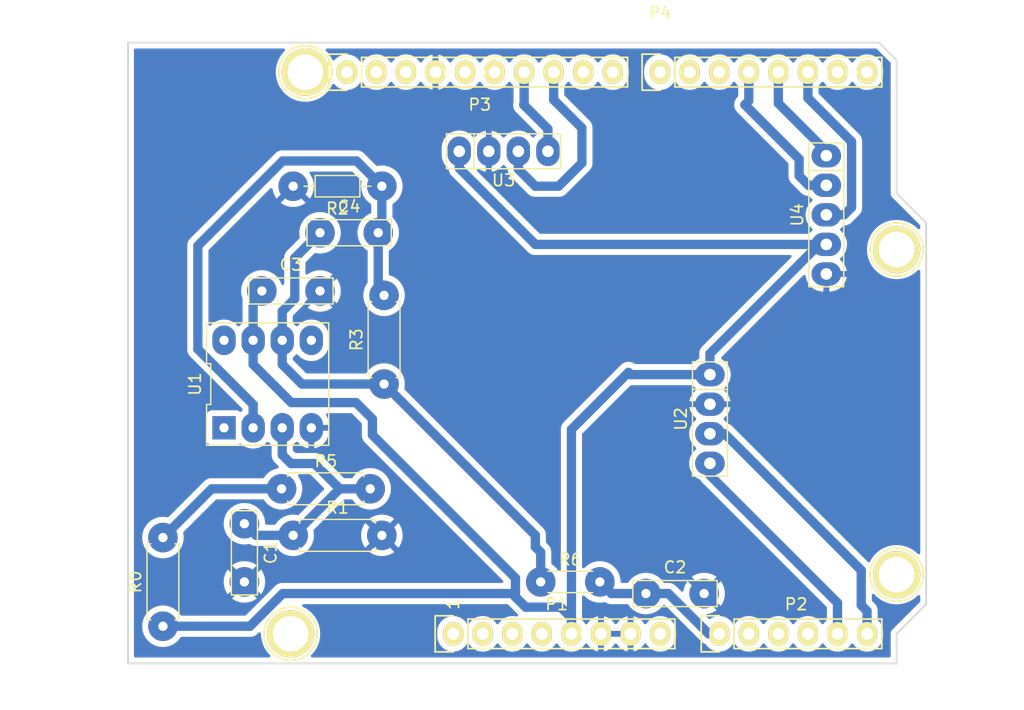
<source format=kicad_pcb>
(kicad_pcb (version 20211014) (generator pcbnew)
  (title_block (date "lun. 30 mars 2015"))
  (layers (0 "F.Cu" signal) (31 "B.Cu" signal) (34 "B.Paste" user) (35 "F.Paste" user) (36 "B.SilkS" user "B.Silkscreen") (37 "F.SilkS" user "F.Silkscreen") (38 "B.Mask" user) (39 "F.Mask" user) (44 "Edge.Cuts" user))
  (net 0 "")
  (net 1 "/IOREF")
  (net 2 "/Reset")
  (net 3 "+5V")
  (net 4 "GND")
  (net 5 "/Vin")
  (net 6 "IN+")
  (net 7 "/A1")
  (net 8 "/A2")
  (net 9 "/A3")
  (net 10 "/AREF")
  (net 11 "ADC")
  (net 12 "Net-(C4-Pad1)")
  (net 13 "/9(**)")
  (net 14 "/8")
  (net 15 "/7")
  (net 16 "/6(**)")
  (net 17 "/5(**)")
  (net 18 "IN-")
  (net 21 "/1(Tx)")
  (net 22 "/0(Rx)")
  (net 23 "SDA")
  (net 24 "SCK")
  (net 25 "TX")
  (net 26 "RX")
  (net 27 "/13(SCK)")
  (net 28 "CLK")
  (net 29 "DATA")
  (net 30 "SWITCH")
  (net 31 "/12(MISO)")
  (net 36 "Net-(R0-Pad2)")
  (footprint "Socket_Arduino_Uno:Socket_Strip_Arduino_1x08" (layer "F.Cu") (at 138.938 123.825)
    (fp_text reference "P1" (at 8.89 -2.54) (layer "F.SilkS"))
    (fp_text value "Power")
    (fp_line (start 19.05 1.27) (end 19.05 -1.27) (layer "F.SilkS") (width 0.15))
    (fp_line (start 1.27 1.27) (end 19.05 1.27) (layer "F.SilkS") (width 0.15))
    (fp_line (start 19.05 -1.27) (end 1.27 -1.27) (layer "F.SilkS") (width 0.15))
    (fp_line (start 0 -1.55) (end -1.55 -1.55) (layer "F.SilkS") (width 0.15))
    (fp_line (start -1.55 -1.55) (end -1.55 1.55) (layer "F.SilkS") (width 0.15))
    (fp_line (start -1.55 1.55) (end 0 1.55) (layer "F.SilkS") (width 0.15))
    (fp_line (start 1.27 1.27) (end 1.27 -1.27) (layer "F.SilkS") (width 0.15))
    (pad "1" thru_hole oval locked (at 0 0) (size 1.7272 2.032) (drill 1.016) (layers *.Cu *.Mask "F.SilkS"))
    (pad "2" thru_hole oval locked (at 2.54 0) (size 1.7272 2.032) (drill 1.016) (layers *.Cu *.Mask "F.SilkS") (net 1 "/IOREF"))
    (pad "3" thru_hole oval locked (at 5.08 0) (size 1.7272 2.032) (drill 1.016) (layers *.Cu *.Mask "F.SilkS") (net 2 "/Reset"))
    (pad "4" thru_hole oval locked (at 7.62 0) (size 1.7272 2.032) (drill 1.016) (layers *.Cu *.Mask "F.SilkS"))
    (pad "5" thru_hole oval locked (at 10.16 0) (size 1.7272 2.032) (drill 1.016) (layers *.Cu *.Mask "F.SilkS") (net 3 "+5V"))
    (pad "6" thru_hole oval locked (at 12.7 0) (size 1.7272 2.032) (drill 1.016) (layers *.Cu *.Mask "F.SilkS") (net 4 "GND"))
    (pad "7" thru_hole oval locked (at 15.24 0) (size 1.7272 2.032) (drill 1.016) (layers *.Cu *.Mask "F.SilkS") (net 4 "GND"))
    (pad "8" thru_hole oval locked (at 17.78 0) (size 1.7272 2.032) (drill 1.016) (layers *.Cu *.Mask "F.SilkS") (net 5 "/Vin"))
  )
  (footprint "Socket_Arduino_Uno:Socket_Strip_Arduino_1x06" (layer "F.Cu") (at 161.798 123.825)
    (fp_text reference "P2" (at 6.604 -2.54) (layer "F.SilkS"))
    (fp_text value "Analog")
    (fp_line (start 1.27 1.27) (end 1.27 -1.27) (layer "F.SilkS") (width 0.15))
    (fp_line (start 0 -1.55) (end -1.55 -1.55) (layer "F.SilkS") (width 0.15))
    (fp_line (start 13.97 -1.27) (end 1.27 -1.27) (layer "F.SilkS") (width 0.15))
    (fp_line (start 1.27 1.27) (end 13.97 1.27) (layer "F.SilkS") (width 0.15))
    (fp_line (start 13.97 1.27) (end 13.97 -1.27) (layer "F.SilkS") (width 0.15))
    (fp_line (start -1.55 -1.55) (end -1.55 1.55) (layer "F.SilkS") (width 0.15))
    (fp_line (start -1.55 1.55) (end 0 1.55) (layer "F.SilkS") (width 0.15))
    (pad "1" thru_hole oval locked (at 0 0) (size 1.7272 2.032) (drill 1.016) (layers *.Cu *.Mask "F.SilkS") (net 11 "ADC"))
    (pad "2" thru_hole oval locked (at 2.54 0) (size 1.7272 2.032) (drill 1.016) (layers *.Cu *.Mask "F.SilkS") (net 7 "/A1"))
    (pad "3" thru_hole oval locked (at 5.08 0) (size 1.7272 2.032) (drill 1.016) (layers *.Cu *.Mask "F.SilkS") (net 8 "/A2"))
    (pad "4" thru_hole oval locked (at 7.62 0) (size 1.7272 2.032) (drill 1.016) (layers *.Cu *.Mask "F.SilkS") (net 9 "/A3"))
    (pad "5" thru_hole oval locked (at 10.16 0) (size 1.7272 2.032) (drill 1.016) (layers *.Cu *.Mask "F.SilkS") (net 23 "SDA"))
    (pad "6" thru_hole oval locked (at 12.7 0) (size 1.7272 2.032) (drill 1.016) (layers *.Cu *.Mask "F.SilkS") (net 24 "SCK"))
  )
  (footprint "Socket_Arduino_Uno:Socket_Strip_Arduino_1x10" (layer "F.Cu") (at 129.794 75.565)
    (fp_text reference "P3" (at 11.43 2.794) (layer "F.SilkS"))
    (fp_text value "Digital")
    (fp_line (start -1.55 -1.55) (end -1.55 1.55) (layer "F.SilkS") (width 0.15))
    (fp_line (start 1.27 1.27) (end 24.13 1.27) (layer "F.SilkS") (width 0.15))
    (fp_line (start 24.13 1.27) (end 24.13 -1.27) (layer "F.SilkS") (width 0.15))
    (fp_line (start 24.13 -1.27) (end 1.27 -1.27) (layer "F.SilkS") (width 0.15))
    (fp_line (start 0 -1.55) (end -1.55 -1.55) (layer "F.SilkS") (width 0.15))
    (fp_line (start -1.55 1.55) (end 0 1.55) (layer "F.SilkS") (width 0.15))
    (fp_line (start 1.27 1.27) (end 1.27 -1.27) (layer "F.SilkS") (width 0.15))
    (pad "1" thru_hole oval locked (at 0 0) (size 1.7272 2.032) (drill 1.016) (layers *.Cu *.Mask "F.SilkS") (net 24 "SCK"))
    (pad "2" thru_hole oval locked (at 2.54 0) (size 1.7272 2.032) (drill 1.016) (layers *.Cu *.Mask "F.SilkS") (net 23 "SDA"))
    (pad "3" thru_hole oval locked (at 5.08 0) (size 1.7272 2.032) (drill 1.016) (layers *.Cu *.Mask "F.SilkS") (net 10 "/AREF"))
    (pad "4" thru_hole oval locked (at 7.62 0) (size 1.7272 2.032) (drill 1.016) (layers *.Cu *.Mask "F.SilkS") (net 4 "GND"))
    (pad "5" thru_hole oval locked (at 10.16 0) (size 1.7272 2.032) (drill 1.016) (layers *.Cu *.Mask "F.SilkS") (net 27 "/13(SCK)"))
    (pad "6" thru_hole oval locked (at 12.7 0) (size 1.7272 2.032) (drill 1.016) (layers *.Cu *.Mask "F.SilkS") (net 31 "/12(MISO)"))
    (pad "7" thru_hole oval locked (at 15.24 0) (size 1.7272 2.032) (drill 1.016) (layers *.Cu *.Mask "F.SilkS") (net 25 "TX"))
    (pad "8" thru_hole oval locked (at 17.78 0) (size 1.7272 2.032) (drill 1.016) (layers *.Cu *.Mask "F.SilkS") (net 26 "RX"))
    (pad "9" thru_hole oval locked (at 20.32 0) (size 1.7272 2.032) (drill 1.016) (layers *.Cu *.Mask "F.SilkS") (net 13 "/9(**)"))
    (pad "10" thru_hole oval locked (at 22.86 0) (size 1.7272 2.032) (drill 1.016) (layers *.Cu *.Mask "F.SilkS") (net 14 "/8"))
  )
  (footprint "Socket_Arduino_Uno:Socket_Strip_Arduino_1x08" (layer "F.Cu") (at 156.718 75.565)
    (fp_text reference "P4" (at 0 -5.1) (layer "F.SilkS"))
    (fp_text value "Digital")
    (fp_line (start 1.27 1.27) (end 19.05 1.27) (layer "F.SilkS") (width 0.15))
    (fp_line (start 0 -1.55) (end -1.55 -1.55) (layer "F.SilkS") (width 0.15))
    (fp_line (start 19.05 -1.27) (end 1.27 -1.27) (layer "F.SilkS") (width 0.15))
    (fp_line (start 1.27 1.27) (end 1.27 -1.27) (layer "F.SilkS") (width 0.15))
    (fp_line (start -1.55 -1.55) (end -1.55 1.55) (layer "F.SilkS") (width 0.15))
    (fp_line (start -1.55 1.55) (end 0 1.55) (layer "F.SilkS") (width 0.15))
    (fp_line (start 19.05 1.27) (end 19.05 -1.27) (layer "F.SilkS") (width 0.15))
    (pad "1" thru_hole oval locked (at 0 0) (size 1.7272 2.032) (drill 1.016) (layers *.Cu *.Mask "F.SilkS") (net 15 "/7"))
    (pad "2" thru_hole oval locked (at 2.54 0) (size 1.7272 2.032) (drill 1.016) (layers *.Cu *.Mask "F.SilkS") (net 16 "/6(**)"))
    (pad "3" thru_hole oval locked (at 5.08 0) (size 1.7272 2.032) (drill 1.016) (layers *.Cu *.Mask "F.SilkS") (net 17 "/5(**)"))
    (pad "4" thru_hole oval locked (at 7.62 0) (size 1.7272 2.032) (drill 1.016) (layers *.Cu *.Mask "F.SilkS") (net 29 "DATA"))
    (pad "5" thru_hole oval locked (at 10.16 0) (size 1.7272 2.032) (drill 1.016) (layers *.Cu *.Mask "F.SilkS") (net 28 "CLK"))
    (pad "6" thru_hole oval locked (at 12.7 0) (size 1.7272 2.032) (drill 1.016) (layers *.Cu *.Mask "F.SilkS") (net 30 "SWITCH"))
    (pad "7" thru_hole oval locked (at 15.24 0) (size 1.7272 2.032) (drill 1.016) (layers *.Cu *.Mask "F.SilkS") (net 21 "/1(Tx)"))
    (pad "8" thru_hole oval locked (at 17.78 0) (size 1.7272 2.032) (drill 1.016) (layers *.Cu *.Mask "F.SilkS") (net 22 "/0(Rx)"))
  )
  (footprint "Socket_Arduino_Uno:Arduino_1pin" (layer "F.Cu") (at 124.968 123.825)
    (fp_text reference "P5" hide)
    (fp_text value "CONN_01X01" hide)
    (fp_circle (center 0 0) (end 0 -2.286) (layer "F.SilkS") (width 0.15) (fill none))
    (pad "1" thru_hole circle locked (at 0 0) (size 4.064 4.064) (drill 3.048) (layers *.Cu *.Mask "F.SilkS"))
  )
  (footprint "Socket_Arduino_Uno:Arduino_1pin" (layer "F.Cu") (at 177.038 118.745)
    (fp_text reference "P6" hide)
    (fp_text value "CONN_01X01" hide)
    (fp_circle (center 0 0) (end 0 -2.286) (layer "F.SilkS") (width 0.15) (fill none))
    (pad "1" thru_hole circle locked (at 0 0) (size 4.064 4.064) (drill 3.048) (layers *.Cu *.Mask "F.SilkS"))
  )
  (footprint "Socket_Arduino_Uno:Arduino_1pin" (layer "F.Cu") (at 126.238 75.565)
    (fp_text reference "P7" hide)
    (fp_text value "CONN_01X01" hide)
    (fp_circle (center 0 0) (end 0 -2.286) (layer "F.SilkS") (width 0.15) (fill none))
    (pad "1" thru_hole circle locked (at 0 0) (size 4.064 4.064) (drill 3.048) (layers *.Cu *.Mask "F.SilkS"))
  )
  (footprint "Socket_Arduino_Uno:Arduino_1pin" (layer "F.Cu") (at 177.038 90.805)
    (fp_text reference "P8" hide)
    (fp_text value "CONN_01X01" hide)
    (fp_circle (center 0 0) (end 0 -2.286) (layer "F.SilkS") (width 0.15) (fill none))
    (pad "1" thru_hole circle locked (at 0 0) (size 4.064 4.064) (drill 3.048) (layers *.Cu *.Mask "F.SilkS"))
  )
  (footprint "Resistor_THT:R_Axial_DIN0207_L6.3mm_D2.5mm_P7.62mm_Horizontal" (layer "F.Cu") (at 113.998 123.175 90)
    (fp_text reference "R0" (at 3.81 -2.37 90) (layer "F.SilkS"))
    (fp_text value "Rsensor")
    (fp_line (start 0.54 -1.37) (end 7.08 -1.37) (layer "F.SilkS") (width 0.12))
    (fp_line (start 0.54 1.37) (end 7.08 1.37) (layer "F.SilkS") (width 0.12))
    (fp_line (start 0.54 -1.04) (end 0.54 -1.37) (layer "F.SilkS") (width 0.12))
    (fp_line (start 7.08 1.37) (end 7.08 1.04) (layer "F.SilkS") (width 0.12))
    (fp_line (start 0.54 1.04) (end 0.54 1.37) (layer "F.SilkS") (width 0.12))
    (fp_line (start 7.08 -1.37) (end 7.08 -1.04) (layer "F.SilkS") (width 0.12))
    (pad "1" thru_hole circle (at 0 0 90) (size 2.54 2.54) (drill 0.8) (layers *.Cu *.Mask) (net 3 "+5V"))
    (pad "2" thru_hole circle (at 7.62 0 90) (size 2.54 2.54) (drill 0.8) (layers *.Cu *.Mask) (net 36 "Net-(R0-Pad2)"))
  )
  (footprint "Capacitor_THT:C_Rect_L7.0mm_W2.0mm_P5.00mm" (layer "F.Cu") (at 122.498 94.365)
    (fp_text reference "C3" (at 2.5 -2.25) (layer "F.SilkS"))
    (fp_text value "100n")
    (fp_line (start -1.12 1.12) (end 6.12 1.12) (layer "F.SilkS") (width 0.12))
    (fp_line (start -1.12 -1.12) (end 6.12 -1.12) (layer "F.SilkS") (width 0.12))
    (fp_line (start 6.12 -1.12) (end 6.12 1.12) (layer "F.SilkS") (width 0.12))
    (fp_line (start -1.12 -1.12) (end -1.12 1.12) (layer "F.SilkS") (width 0.12))
    (pad "1" thru_hole circle (at 0 0) (size 2.54 2.54) (drill 0.8) (layers *.Cu *.Mask) (net 3 "+5V"))
    (pad "2" thru_hole circle (at 5 0) (size 2.54 2.54) (drill 0.8) (layers *.Cu *.Mask) (net 4 "GND"))
  )
  (footprint "Resistor_THT:R_Axial_DIN0204_L3.6mm_D1.6mm_P5.08mm_Horizontal" (layer "F.Cu") (at 146.458 119.365)
    (fp_text reference "R6" (at 2.54 -1.92) (layer "F.SilkS"))
    (fp_text value "1k")
    (fp_line (start 0.62 -0.92) (end 4.46 -0.92) (layer "F.SilkS") (width 0.12))
    (fp_line (start 0.62 0.92) (end 4.46 0.92) (layer "F.SilkS") (width 0.12))
    (pad "1" thru_hole circle (at 0 0) (size 2.54 2.54) (drill 0.8) (layers *.Cu *.Mask) (net 12 "Net-(C4-Pad1)"))
    (pad "2" thru_hole circle (at 5.08 0) (size 2.54 2.54) (drill 0.8) (layers *.Cu *.Mask) (net 11 "ADC"))
  )
  (footprint "Library_Capteur_Graphite:Bluetooth_HC05" (layer "F.Cu") (at 143.268 82.365)
    (fp_text reference "U3" (at 0 2.5) (layer "F.SilkS"))
    (fp_text value "Bluetooth-HC05")
    (fp_line (start 4.91 -1.5) (end 4.91 1.5) (layer "F.SilkS") (width 0.12))
    (fp_line (start -4.91 -1.5) (end 4.91 -1.5) (layer "F.SilkS") (width 0.12))
    (fp_line (start 4.91 1.5) (end -4.91 1.5) (layer "F.SilkS") (width 0.12))
    (fp_line (start -4.91 1.5) (end -4.91 -1.5) (layer "F.SilkS") (width 0.12))
    (fp_line (start -2.54 -1.5) (end -2.54 1.5) (layer "F.SilkS") (width 0.12))
    (pad "1" thru_hole oval (at -3.81 0) (size 2 2.54) (drill 1) (layers *.Cu *.Mask) (net 3 "+5V"))
    (pad "2" thru_hole oval (at -1.27 0) (size 2 2.54) (drill 1) (layers *.Cu *.Mask) (net 4 "GND"))
    (pad "3" thru_hole oval (at 1.27 0) (size 2 2.54) (drill 1) (layers *.Cu *.Mask) (net 26 "RX"))
    (pad "4" thru_hole oval (at 3.81 0) (size 2 2.54) (drill 1) (layers *.Cu *.Mask) (net 25 "TX"))
  )
  (footprint "Library_Capteur_Graphite:LTC1050" (layer "F.Cu") (at 122.998 102.365)
    (fp_text reference "U1" (at -6.25 0 90) (layer "F.SilkS"))
    (fp_text value "LTC1050")
    (fp_line (start -4.89 1.753333) (end -5.25 1.753333) (layer "F.SilkS") (width 0.12))
    (fp_line (start -5.25 1.753333) (end -5.25 5.26) (layer "F.SilkS") (width 0.12))
    (fp_line (start -5.25 5.26) (end 5.25 5.26) (layer "F.SilkS") (width 0.12))
    (fp_line (start 5.25 5.26) (end 5.25 -5.26) (layer "F.SilkS") (width 0.12))
    (fp_line (start -5.25 -1.753333) (end -4.89 -1.753333) (layer "F.SilkS") (width 0.12))
    (fp_line (start -5.25 -5.26) (end -5.25 -1.753333) (layer "F.SilkS") (width 0.12))
    (fp_line (start -4.89 -1.753333) (end -4.89 1.753333) (layer "F.SilkS") (width 0.12))
    (fp_line (start 5.25 -5.26) (end -5.25 -5.26) (layer "F.SilkS") (width 0.12))
    (pad "1" thru_hole rect (at -3.75 3.76) (size 2 2) (drill 0.8) (layers *.Cu *.Mask))
    (pad "2" thru_hole oval (at -1.25 3.76) (size 2 2.54) (drill 0.8) (layers *.Cu *.Mask) (net 18 "IN-"))
    (pad "3" thru_hole oval (at 1.25 3.76) (size 2 2.54) (drill 0.8) (layers *.Cu *.Mask) (net 6 "IN+"))
    (pad "4" thru_hole oval (at 3.75 3.76) (size 2 2.54) (drill 0.8) (layers *.Cu *.Mask) (net 4 "GND"))
    (pad "5" thru_hole oval (at 3.75 -3.76) (size 2 2.54) (drill 0.8) (layers *.Cu *.Mask))
    (pad "6" thru_hole oval (at 1.25 -3.76) (size 2 2.54) (drill 0.8) (layers *.Cu *.Mask) (net 12 "Net-(C4-Pad1)"))
    (pad "7" thru_hole oval (at -1.25 -3.76) (size 2 2.54) (drill 0.8) (layers *.Cu *.Mask) (net 3 "+5V"))
    (pad "8" thru_hole oval (at -3.75 -3.76) (size 2 2.54) (drill 0.8) (layers *.Cu *.Mask))
  )
  (footprint "Capacitor_THT:C_Rect_L7.0mm_W2.0mm_P5.00mm" (layer "F.Cu") (at 120.998 114.365 -90)
    (fp_text reference "C1" (at 2.5 -2.25 90) (layer "F.SilkS"))
    (fp_text value "100n")
    (fp_line (start -1.12 1.12) (end 6.12 1.12) (layer "F.SilkS") (width 0.12))
    (fp_line (start -1.12 -1.12) (end -1.12 1.12) (layer "F.SilkS") (width 0.12))
    (fp_line (start 6.12 -1.12) (end 6.12 1.12) (layer "F.SilkS") (width 0.12))
    (fp_line (start -1.12 -1.12) (end 6.12 -1.12) (layer "F.SilkS") (width 0.12))
    (pad "1" thru_hole circle (at 0 0 270) (size 2.54 2.54) (drill 0.8) (layers *.Cu *.Mask) (net 6 "IN+"))
    (pad "2" thru_hole circle (at 5 0 270) (size 2.54 2.54) (drill 0.8) (layers *.Cu *.Mask) (net 4 "GND"))
  )
  (footprint "Resistor_THT:R_Axial_DIN0207_L6.3mm_D2.5mm_P7.62mm_Horizontal" (layer "F.Cu") (at 124.188 111.365)
    (fp_text reference "R5" (at 3.81 -2.37) (layer "F.SilkS"))
    (fp_text value "10k")
    (fp_line (start 7.08 1.37) (end 7.08 1.04) (layer "F.SilkS") (width 0.12))
    (fp_line (start 0.54 1.04) (end 0.54 1.37) (layer "F.SilkS") (width 0.12))
    (fp_line (start 0.54 -1.37) (end 7.08 -1.37) (layer "F.SilkS") (width 0.12))
    (fp_line (start 0.54 1.37) (end 7.08 1.37) (layer "F.SilkS") (width 0.12))
    (fp_line (start 7.08 -1.37) (end 7.08 -1.04) (layer "F.SilkS") (width 0.12))
    (fp_line (start 0.54 -1.04) (end 0.54 -1.37) (layer "F.SilkS") (width 0.12))
    (pad "1" thru_hole circle (at 0 0) (size 2.54 2.54) (drill 0.8) (layers *.Cu *.Mask) (net 36 "Net-(R0-Pad2)"))
    (pad "2" thru_hole circle (at 7.62 0) (size 2.54 2.54) (drill 0.8) (layers *.Cu *.Mask) (net 6 "IN+"))
  )
  (footprint "Resistor_THT:R_Axial_DIN0207_L6.3mm_D2.5mm_P7.62mm_Horizontal" (layer "F.Cu") (at 132.998 102.365 90)
    (fp_text reference "R3" (at 3.81 -2.37 90) (layer "F.SilkS"))
    (fp_text value "100k")
    (fp_line (start 7.08 -1.37) (end 7.08 -1.04) (layer "F.SilkS") (width 0.12))
    (fp_line (start 0.54 1.37) (end 7.08 1.37) (layer "F.SilkS") (width 0.12))
    (fp_line (start 7.08 1.37) (end 7.08 1.04) (layer "F.SilkS") (width 0.12))
    (fp_line (start 0.54 -1.04) (end 0.54 -1.37) (layer "F.SilkS") (width 0.12))
    (fp_line (start 0.54 1.04) (end 0.54 1.37) (layer "F.SilkS") (width 0.12))
    (fp_line (start 0.54 -1.37) (end 7.08 -1.37) (layer "F.SilkS") (width 0.12))
    (pad "1" thru_hole circle (at 0 0 90) (size 2.54 2.54) (drill 0.8) (layers *.Cu *.Mask) (net 12 "Net-(C4-Pad1)"))
    (pad "2" thru_hole circle (at 7.62 0 90) (size 2.54 2.54) (drill 0.8) (layers *.Cu *.Mask) (net 18 "IN-"))
  )
  (footprint "Library_Capteur_Graphite:KY_040" (layer "F.Cu") (at 170.998 87.825 -90)
    (fp_text reference "U4" (at 0 2.5 90) (layer "F.SilkS"))
    (fp_text value "KY_040")
    (fp_line (start -6.18 1.5) (end -6.18 -1.5) (layer "F.SilkS") (width 0.12))
    (fp_line (start -3.81 -1.5) (end -3.81 1.5) (layer "F.SilkS") (width 0.12))
    (fp_line (start 6.18 -1.5) (end 6.18 1.5) (layer "F.SilkS") (width 0.12))
    (fp_line (start 6.18 1.5) (end -6.18 1.5) (layer "F.SilkS") (width 0.12))
    (fp_line (start -6.18 -1.5) (end 6.18 -1.5) (layer "F.SilkS") (width 0.12))
    (pad "1" thru_hole oval (at -5.08 0 270) (size 2 2.54) (drill 1) (layers *.Cu *.Mask) (net 28 "CLK"))
    (pad "2" thru_hole oval (at -2.54 0 270) (size 2 2.54) (drill 1) (layers *.Cu *.Mask) (net 29 "DATA"))
    (pad "3" thru_hole oval (at 0 0 270) (size 2 2.54) (drill 1) (layers *.Cu *.Mask) (net 30 "SWITCH"))
    (pad "4" thru_hole oval (at 2.54 0 270) (size 2 2.54) (drill 1) (layers *.Cu *.Mask) (net 3 "+5V"))
    (pad "5" thru_hole oval (at 5.08 0 270) (size 2 2.54) (drill 1) (layers *.Cu *.Mask) (net 4 "GND"))
  )
  (footprint "Resistor_THT:R_Axial_DIN0204_L3.6mm_D1.6mm_P7.62mm_Horizontal" (layer "F.Cu") (at 132.808 85.365 180)
    (fp_text reference "R2" (at 3.81 -1.92) (layer "F.SilkS"))
    (fp_text value "1k")
    (fp_line (start 6.68 0) (end 5.73 0) (layer "F.SilkS") (width 0.12))
    (fp_line (start 0.94 0) (end 1.89 0) (layer "F.SilkS") (width 0.12))
    (fp_line (start 1.89 -0.92) (end 1.89 0.92) (layer "F.SilkS") (width 0.12))
    (fp_line (start 5.73 -0.92) (end 1.89 -0.92) (layer "F.SilkS") (width 0.12))
    (fp_line (start 1.89 0.92) (end 5.73 0.92) (layer "F.SilkS") (width 0.12))
    (fp_line (start 5.73 0.92) (end 5.73 -0.92) (layer "F.SilkS") (width 0.12))
    (pad "1" thru_hole circle (at 0 0 180) (size 2.54 2.54) (drill 0.8) (layers *.Cu *.Mask) (net 18 "IN-"))
    (pad "2" thru_hole circle (at 7.62 0 180) (size 2.54 2.54) (drill 0.8) (layers *.Cu *.Mask) (net 4 "GND"))
  )
  (footprint "Library_Capteur_Graphite:OLED" (layer "F.Cu") (at 160.998 105.365 -90)
    (fp_text reference "U2" (at 0 2.5 90) (layer "F.SilkS"))
    (fp_text value "OLED_0.91")
    (fp_line (start 4.91 1.5) (end -4.91 1.5) (layer "F.SilkS") (width 0.12))
    (fp_line (start -2.54 -1.5) (end -2.54 1.5) (layer "F.SilkS") (width 0.12))
    (fp_line (start -4.91 1.5) (end -4.91 -1.5) (layer "F.SilkS") (width 0.12))
    (fp_line (start -4.91 -1.5) (end 4.91 -1.5) (layer "F.SilkS") (width 0.12))
    (fp_line (start 4.91 -1.5) (end 4.91 1.5) (layer "F.SilkS") (width 0.12))
    (pad "1" thru_hole oval (at -3.81 0 270) (size 2 2.54) (drill 1) (layers *.Cu *.Mask) (net 3 "+5V"))
    (pad "2" thru_hole oval (at -1.27 0 270) (size 2 2.54) (drill 1) (layers *.Cu *.Mask) (net 4 "GND"))
    (pad "3" thru_hole oval (at 1.27 0 270) (size 2 2.54) (drill 1) (layers *.Cu *.Mask) (net 24 "SCK"))
    (pad "4" thru_hole oval (at 3.81 0 270) (size 2 2.54) (drill 1) (layers *.Cu *.Mask) (net 23 "SDA"))
  )
  (footprint "Capacitor_THT:C_Rect_L7.0mm_W2.0mm_P5.00mm" (layer "F.Cu") (at 127.498 89.365)
    (fp_text reference "C4" (at 2.5 -2.25) (layer "F.SilkS"))
    (fp_text value "1µ")
    (fp_line (start -1.12 1.12) (end 6.12 1.12) (layer "F.SilkS") (width 0.12))
    (fp_line (start 6.12 -1.12) (end 6.12 1.12) (layer "F.SilkS") (width 0.12))
    (fp_line (start -1.12 -1.12) (end -1.12 1.12) (layer "F.SilkS") (width 0.12))
    (fp_line (start -1.12 -1.12) (end 6.12 -1.12) (layer "F.SilkS") (width 0.12))
    (pad "1" thru_hole circle (at 0 0) (size 2.54 2.54) (drill 0.8) (layers *.Cu *.Mask) (net 12 "Net-(C4-Pad1)"))
    (pad "2" thru_hole circle (at 5 0) (size 2.54 2.54) (drill 0.8) (layers *.Cu *.Mask) (net 18 "IN-"))
  )
  (footprint "Capacitor_THT:C_Rect_L7.0mm_W2.0mm_P5.00mm" (layer "F.Cu") (at 155.498 120.365)
    (fp_text reference "C2" (at 2.5 -2.25) (layer "F.SilkS"))
    (fp_text value "100n")
    (fp_line (start -1.12 1.12) (end 6.12 1.12) (layer "F.SilkS") (width 0.12))
    (fp_line (start 6.12 -1.12) (end 6.12 1.12) (layer "F.SilkS") (width 0.12))
    (fp_line (start -1.12 -1.12) (end 6.12 -1.12) (layer "F.SilkS") (width 0.12))
    (fp_line (start -1.12 -1.12) (end -1.12 1.12) (layer "F.SilkS") (width 0.12))
    (pad "1" thru_hole circle (at 0 0) (size 2.54 2.54) (drill 0.8) (layers *.Cu *.Mask) (net 11 "ADC"))
    (pad "2" thru_hole circle (at 5 0) (size 2.54 2.54) (drill 0.8) (layers *.Cu *.Mask) (net 4 "GND"))
  )
  (footprint "Resistor_THT:R_Axial_DIN0207_L6.3mm_D2.5mm_P7.62mm_Horizontal" (layer "F.Cu") (at 125.188 115.365)
    (fp_text reference "R1" (at 3.81 -2.37) (layer "F.SilkS"))
    (fp_text value "100k")
    (fp_line (start 7.08 -1.37) (end 7.08 -1.04) (layer "F.SilkS") (width 0.12))
    (fp_line (start 7.08 1.37) (end 7.08 1.04) (layer "F.SilkS") (width 0.12))
    (fp_line (start 0.54 -1.37) (end 7.08 -1.37) (layer "F.SilkS") (width 0.12))
    (fp_line (start 0.54 1.37) (end 7.08 1.37) (layer "F.SilkS") (width 0.12))
    (fp_line (start 0.54 -1.04) (end 0.54 -1.37) (layer "F.SilkS") (width 0.12))
    (fp_line (start 0.54 1.04) (end 0.54 1.37) (layer "F.SilkS") (width 0.12))
    (pad "1" thru_hole circle (at 0 0) (size 2.54 2.54) (drill 0.8) (layers *.Cu *.Mask) (net 6 "IN+"))
    (pad "2" thru_hole circle (at 7.62 0) (size 2.54 2.54) (drill 0.8) (layers *.Cu *.Mask) (net 4 "GND"))
  )
  (gr_line (start 179.578 88.519) (end 177.038 85.979) (layer "Edge.Cuts") (width 0.15))
  (gr_line (start 177.038 126.365) (end 177.038 123.825) (layer "Edge.Cuts") (width 0.15))
  (gr_line (start 177.038 74.549) (end 175.514 73.025) (layer "Edge.Cuts") (width 0.15))
  (gr_line (start 177.038 123.825) (end 179.578 121.285) (layer "Edge.Cuts") (width 0.15))
  (gr_line (start 110.998 73.025) (end 110.998 126.365) (layer "Edge.Cuts") (width 0.15))
  (gr_line (start 179.578 121.285) (end 179.578 88.519) (layer "Edge.Cuts") (width 0.15))
  (gr_line (start 110.998 126.365) (end 177.038 126.365) (layer "Edge.Cuts") (width 0.15))
  (gr_line (start 175.514 73.025) (end 110.998 73.025) (layer "Edge.Cuts") (width 0.15))
  (gr_line (start 177.038 85.979) (end 177.038 74.549) (layer "Edge.Cuts") (width 0.15))
  (gr_text "1" (at 138.938 121.285 90) (layer "F.SilkS") (effects (font (size 1 1))))
  (segment (start 144.288489 119.033287) (end 144.288489 120.655489) (width 0.8) (layer "B.Cu") (net 3))
  (segment (start 121.748 100.675) (end 121.748 98.605) (width 0.8) (layer "B.Cu") (net 3))
  (segment (start 149.098 123.825) (end 149.098 106.265) (width 0.8) (layer "B.Cu") (net 3))
  (segment (start 131.998 106.742798) (end 144.288489 119.033287) (width 0.8) (layer "B.Cu") (net 3))
  (segment (start 131.998 105.365) (end 131.998 106.742798) (width 0.8) (layer "B.Cu") (net 3))
  (segment (start 144.288489 120.655489) (end 145.167511 121.534511) (width 0.8) (layer "B.Cu") (net 3))
  (segment (start 153.998 101.365) (end 154.188 101.555) (width 0.8) (layer "B.Cu") (net 3))
  (segment (start 121.472216 123.175) (end 124.282216 120.365) (width 0.8) (layer "B.Cu") (net 3))
  (segment (start 124.282216 120.365) (end 143.998 120.365) (width 0.8) (layer "B.Cu") (net 3))
  (segment (start 124.218 103.145) (end 121.748 100.675) (width 0.8) (layer "B.Cu") (net 3))
  (segment (start 149.098 106.265) (end 153.998 101.365) (width 0.8) (layer "B.Cu") (net 3))
  (segment (start 130.58848 103.95548) (end 131.998 105.365) (width 0.8) (layer "B.Cu") (net 3))
  (segment (start 113.998 123.175) (end 121.472216 123.175) (width 0.8) (layer "B.Cu") (net 3))
  (segment (start 148.167511 121.534511) (end 149.098 122.465) (width 0.8) (layer "B.Cu") (net 3))
  (segment (start 121.748 95.115) (end 121.748 98.605) (width 0.8) (layer "B.Cu") (net 3))
  (segment (start 160.998 99.755) (end 170.388 90.365) (width 0.8) (layer "B.Cu") (net 3))
  (segment (start 145.998 90.365) (end 139.458 83.825) (width 0.8) (layer "B.Cu") (net 3))
  (segment (start 124.218 103.145) (end 125.02848 103.95548) (width 0.8) (layer "B.Cu") (net 3))
  (segment (start 170.998 90.365) (end 145.998 90.365) (width 0.8) (layer "B.Cu") (net 3))
  (segment (start 149.098 122.465) (end 149.098 123.825) (width 0.8) (layer "B.Cu") (net 3))
  (segment (start 139.458 83.825) (end 139.458 82.365) (width 0.8) (layer "B.Cu") (net 3))
  (segment (start 170.388 90.365) (end 170.998 90.365) (width 0.8) (layer "B.Cu") (net 3))
  (segment (start 154.188 101.555) (end 160.998 101.555) (width 0.8) (layer "B.Cu") (net 3))
  (segment (start 145.167511 121.534511) (end 148.167511 121.534511) (width 0.8) (layer "B.Cu") (net 3))
  (segment (start 122.498 94.365) (end 121.748 95.115) (width 0.8) (layer "B.Cu") (net 3))
  (segment (start 160.998 101.555) (end 160.998 99.755) (width 0.8) (layer "B.Cu") (net 3))
  (segment (start 143.998 120.365) (end 145.167511 121.534511) (width 0.8) (layer "B.Cu") (net 3))
  (segment (start 125.02848 103.95548) (end 130.58848 103.95548) (width 0.8) (layer "B.Cu") (net 3))
  (segment (start 128.188 93.555) (end 127.998 93.365) (width 0.2) (layer "F.Cu") (net 4))
  (segment (start 170.998 92.905) (end 171.458 92.905) (width 0.8) (layer "B.Cu") (net 4))
  (segment (start 160.498 120.365) (end 160.498 120.865) (width 0.8) (layer "B.Cu") (net 4))
  (segment (start 127.018489 109.195489) (end 124.998 109.195489) (width 0.8) (layer "B.Cu") (net 6))
  (segment (start 125.188 115.365) (end 121.998 115.365) (width 0.8) (layer "B.Cu") (net 6))
  (segment (start 129.188 111.365) (end 127.018489 109.195489) (width 0.8) (layer "B.Cu") (net 6))
  (segment (start 124.188 106.185) (end 124.248 106.125) (width 0.8) (layer "B.Cu") (net 6))
  (segment (start 124.808 106.685) (end 124.248 106.125) (width 0.8) (layer "B.Cu") (net 6))
  (segment (start 129.188 111.365) (end 125.188 115.365) (width 0.8) (layer "B.Cu") (net 6))
  (segment (start 124.248 108.445489) (end 124.248 106.125) (width 0.8) (layer "B.Cu") (net 6))
  (segment (start 124.998 109.195489) (end 124.248 108.445489) (width 0.8) (layer "B.Cu") (net 6))
  (segment (start 121.998 115.365) (end 120.998 114.365) (width 0.8) (layer "B.Cu") (net 6))
  (segment (start 131.808 111.365) (end 129.188 111.365) (width 0.8) (layer "B.Cu") (net 6))
  (segment (start 157.429847 120.365) (end 160.889847 123.825) (width 0.8) (layer "B.Cu") (net 11))
  (segment (start 155.498 120.365) (end 152.538 120.365) (width 0.8) (layer "B.Cu") (net 11))
  (segment (start 155.498 120.365) (end 157.429847 120.365) (width 0.8) (layer "B.Cu") (net 11))
  (segment (start 152.538 120.365) (end 151.538 119.365) (width 0.8) (layer "B.Cu") (net 11))
  (segment (start 160.889847 123.825) (end 161.798 123.825) (width 0.8) (layer "B.Cu") (net 11))
  (segment (start 125.328489 91.534511) (end 127.498 89.365) (width 0.8) (layer "B.Cu") (net 12))
  (segment (start 124.248 98.605) (end 124.248 96.115) (width 0.8) (layer "B.Cu") (net 12))
  (segment (start 125.328489 95.034511) (end 125.328489 91.534511) (width 0.8) (layer "B.Cu") (net 12))
  (segment (start 145.998 116.365) (end 145.998 115.365) (width 0.8) (layer "B.Cu") (net 12))
  (segment (start 132.998 102.365) (end 125.938 102.365) (width 0.8) (layer "B.Cu") (net 12))
  (segment (start 146.458 119.365) (end 146.458 116.825) (width 0.8) (layer "B.Cu") (net 12))
  (segment (start 125.938 102.365) (end 124.248 100.675) (width 0.8) (layer "B.Cu") (net 12))
  (segment (start 124.248 100.675) (end 124.248 98.605) (width 0.8) (layer "B.Cu") (net 12))
  (segment (start 145.998 115.365) (end 132.998 102.365) (width 0.8) (layer "B.Cu") (net 12))
  (segment (start 146.458 116.825) (end 145.998 116.365) (width 0.8) (layer "B.Cu") (net 12))
  (segment (start 124.248 96.115) (end 125.328489 95.034511) (width 0.8) (layer "B.Cu") (net 12))
  (segment (start 132.498 89.365) (end 132.498 94.245) (width 0.8) (layer "B.Cu") (net 18))
  (segment (start 130.638489 83.195489) (end 132.808 85.365) (width 0.8) (layer "B.Cu") (net 18))
  (segment (start 132.808 89.055) (end 132.498 89.365) (width 0.8) (layer "B.Cu") (net 18))
  (segment (start 132.498 94.245) (end 132.998 94.745) (width 0.8) (layer "B.Cu") (net 18))
  (segment (start 116.998 99.365) (end 116.998 90.486847) (width 0.8) (layer "B.Cu") (net 18))
  (segment (start 116.998 90.486847) (end 124.289358 83.195489) (width 0.8) (layer "B.Cu") (net 18))
  (segment (start 132.808 85.365) (end 132.808 89.055) (width 0.8) (layer "B.Cu") (net 18))
  (segment (start 124.289358 83.195489) (end 130.638489 83.195489) (width 0.8) (layer "B.Cu") (net 18))
  (segment (start 121.748 104.115) (end 116.998 99.365) (width 0.8) (layer "B.Cu") (net 18))
  (segment (start 121.748 106.125) (end 121.748 104.115) (width 0.8) (layer "B.Cu") (net 18))
  (segment (start 160.998 110.202798) (end 160.998 109.175) (width 0.8) (layer "B.Cu") (net 23))
  (segment (start 171.958 123.825) (end 171.958 121.162798) (width 0.8) (layer "B.Cu") (net 23))
  (segment (start 171.958 121.162798) (end 160.998 110.202798) (width 0.8) (layer "B.Cu") (net 23))
  (segment (start 174.106489 123.433489) (end 174.498 123.825) (width 0.8) (layer "B.Cu") (net 24))
  (segment (start 173.998 118.365) (end 173.998 121.365) (width 0.8) (layer "B.Cu") (net 24))
  (segment (start 174.498 121.865) (end 174.498 123.825) (width 0.8) (layer "B.Cu") (net 24))
  (segment (start 160.998 106.635) (end 162.268 106.635) (width 0.8) (layer "B.Cu") (net 24))
  (segment (start 162.268 106.635) (end 173.998 118.365) (width 0.8) (layer "B.Cu") (net 24))
  (segment (start 173.998 121.365) (end 174.498 121.865) (width 0.8) (layer "B.Cu") (net 24))
  (segment (start 144.998 78.365) (end 145.034 78.329) (width 0.8) (layer "B.Cu") (net 25))
  (segment (start 145.034 78.329) (end 145.034 75.565) (width 0.8) (layer "B.Cu") (net 25))
  (segment (start 147.078 80.445) (end 144.998 78.365) (width 0.8) (layer "B.Cu") (net 25))
  (segment (start 147.078 82.365) (end 147.078 80.445) (width 0.8) (layer "B.Cu") (net 25))
  (segment (start 144.538 83.905) (end 145.998 85.365) (width 0.8) (layer "B.Cu") (net 26))
  (segment (start 144.538 82.365) (end 144.538 83.905) (width 0.8) (layer "B.Cu") (net 26))
  (segment (start 149.998 80.365) (end 147.574 77.941) (width 0.8) (layer "B.Cu") (net 26))
  (segment (start 147.574 77.941) (end 147.574 75.565) (width 0.8) (layer "B.Cu") (net 26))
  (segment (start 147.998 85.365) (end 149.998 83.365) (width 0.8) (layer "B.Cu") (net 26))
  (segment (start 149.998 83.365) (end 149.998 80.365) (width 0.8) (layer "B.Cu") (net 26))
  (segment (start 145.998 85.365) (end 147.998 85.365) (width 0.8) (layer "B.Cu") (net 26))
  (segment (start 166.878 78.245) (end 166.878 75.565) (width 0.8) (layer "B.Cu") (net 28))
  (segment (start 170.998 82.745) (end 170.998 82.365) (width 0.8) (layer "B.Cu") (net 28))
  (segment (start 170.998 82.365) (end 166.878 78.245) (width 0.8) (layer "B.Cu") (net 28))
  (segment (start 163.998 78.365) (end 164.338 78.025) (width 0.8) (layer "B.Cu") (net 29))
  (segment (start 164.338 78.025) (end 164.338 75.565) (width 0.8) (layer "B.Cu") (net 29))
  (segment (start 170.998 85.285) (end 169.468 85.285) (width 0.8) (layer "B.Cu") (net 29))
  (segment (start 168.660202 84.477202) (end 168.660202 83.027202) (width 0.8) (layer "B.Cu") (net 29))
  (segment (start 169.468 85.285) (end 168.660202 84.477202) (width 0.8) (layer "B.Cu") (net 29))
  (segment (start 168.660202 83.027202) (end 163.998 78.365) (width 0.8) (layer "B.Cu") (net 29))
  (segment (start 173.16752 87.18548) (end 173.16752 81.53452) (width 0.8) (layer "B.Cu") (net 30))
  (segment (start 169.418 77.785) (end 169.418 75.565) (width 0.8) (layer "B.Cu") (net 30))
  (segment (start 172.528 87.825) (end 173.16752 87.18548) (width 0.8) (layer "B.Cu") (net 30))
  (segment (start 170.998 87.825) (end 172.528 87.825) (width 0.8) (layer "B.Cu") (net 30))
  (segment (start 173.16752 81.53452) (end 169.418 77.785) (width 0.8) (layer "B.Cu") (net 30))
  (segment (start 124.188 111.365) (end 118.188 111.365) (width 0.8) (layer "B.Cu") (net 36))
  (segment (start 118.188 111.365) (end 113.998 115.555) (width 0.8) (layer "B.Cu") (net 36))
  (zone (net 4) (net_name "GND") (layer "B.Cu") (connect_pads (clearance 0.508)) (min_thickness 0.254) (fill yes (thermal_gap 0.508) (thermal_bridge_width 0.508))
    (polygon (pts (xy 187.998 129.365) (xy 99.998 130.365) (xy 100.998 70.365) (xy 187.998 69.365)))
  )
)
</source>
